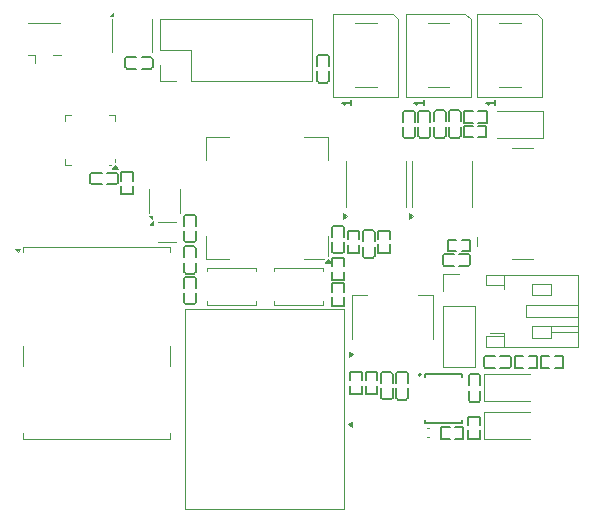
<source format=gbr>
%TF.GenerationSoftware,KiCad,Pcbnew,9.0.2*%
%TF.CreationDate,2025-11-28T15:39:44-05:00*%
%TF.ProjectId,hackathonproject,6861636b-6174-4686-9f6e-70726f6a6563,rev?*%
%TF.SameCoordinates,Original*%
%TF.FileFunction,Legend,Top*%
%TF.FilePolarity,Positive*%
%FSLAX46Y46*%
G04 Gerber Fmt 4.6, Leading zero omitted, Abs format (unit mm)*
G04 Created by KiCad (PCBNEW 9.0.2) date 2025-11-28 15:39:44*
%MOMM*%
%LPD*%
G01*
G04 APERTURE LIST*
%ADD10C,0.150000*%
%ADD11C,0.152400*%
%ADD12C,0.120000*%
%ADD13C,0.152000*%
%ADD14C,0.200000*%
G04 APERTURE END LIST*
D10*
X174237295Y-65871428D02*
X174237295Y-66328571D01*
X174237295Y-66099999D02*
X173437295Y-66099999D01*
X173437295Y-66099999D02*
X173551580Y-66176190D01*
X173551580Y-66176190D02*
X173627771Y-66252380D01*
X173627771Y-66252380D02*
X173665866Y-66328571D01*
X180312295Y-65871428D02*
X180312295Y-66328571D01*
X180312295Y-66099999D02*
X179512295Y-66099999D01*
X179512295Y-66099999D02*
X179626580Y-66176190D01*
X179626580Y-66176190D02*
X179702771Y-66252380D01*
X179702771Y-66252380D02*
X179740866Y-66328571D01*
X168122295Y-65871428D02*
X168122295Y-66328571D01*
X168122295Y-66099999D02*
X167322295Y-66099999D01*
X167322295Y-66099999D02*
X167436580Y-66176190D01*
X167436580Y-66176190D02*
X167512771Y-66252380D01*
X167512771Y-66252380D02*
X167550866Y-66328571D01*
D11*
%TO.C,C9*%
X178051300Y-90043900D02*
X178051300Y-89253800D01*
X178051300Y-90496300D02*
X178051300Y-91286400D01*
X178203700Y-89101400D02*
X178896100Y-89101400D01*
X178203700Y-91438800D02*
X178896100Y-91438800D01*
X179048500Y-89253800D02*
X179048500Y-90043900D01*
X179048500Y-91286400D02*
X179048500Y-90496300D01*
X178051300Y-89253800D02*
G75*
G02*
X178203700Y-89101400I152400J0D01*
G01*
X178203700Y-91438800D02*
G75*
G02*
X178051300Y-91286400I0J152400D01*
G01*
X178896100Y-89101400D02*
G75*
G02*
X179048500Y-89253800I0J-152400D01*
G01*
X179048500Y-91286400D02*
G75*
G02*
X178896100Y-91438800I-152400J0D01*
G01*
%TO.C,R2*%
X166476400Y-81398000D02*
X167473600Y-81398000D01*
X166476400Y-82116000D02*
X166476400Y-81398000D01*
X166476400Y-82568400D02*
X166476400Y-83286400D01*
X166476400Y-83286400D02*
X167473600Y-83286400D01*
X167473600Y-81398000D02*
X167473600Y-82116000D01*
X167473600Y-83286400D02*
X167473600Y-82568400D01*
%TO.C,R9*%
X184163600Y-87576400D02*
X184163600Y-88573600D01*
X184163600Y-88573600D02*
X184881600Y-88573600D01*
X184881600Y-87576400D02*
X184163600Y-87576400D01*
X185334000Y-87576400D02*
X186052000Y-87576400D01*
X186052000Y-87576400D02*
X186052000Y-88573600D01*
X186052000Y-88573600D02*
X185334000Y-88573600D01*
D12*
%TO.C,D5*%
X172725000Y-65600000D02*
X172725000Y-58600000D01*
X172725000Y-65600000D02*
X178225000Y-65600000D01*
X176375000Y-59400000D02*
X174575000Y-59400000D01*
X176375000Y-64800000D02*
X174575000Y-64800000D01*
X177775000Y-58600000D02*
X172725000Y-58600000D01*
X178225000Y-59050000D02*
X177775000Y-58600000D01*
X178225000Y-65600000D02*
X178225000Y-59050000D01*
D11*
%TO.C,C7*%
X171926400Y-89853700D02*
X171926400Y-89063600D01*
X171926400Y-90306100D02*
X171926400Y-91096200D01*
X172078800Y-88911200D02*
X172771200Y-88911200D01*
X172078800Y-91248600D02*
X172771200Y-91248600D01*
X172923600Y-89063600D02*
X172923600Y-89853700D01*
X172923600Y-91096200D02*
X172923600Y-90306100D01*
X171926400Y-89063600D02*
G75*
G02*
X172078800Y-88911200I152400J0D01*
G01*
X172078800Y-91248600D02*
G75*
G02*
X171926400Y-91096200I0J152400D01*
G01*
X172771200Y-88911200D02*
G75*
G02*
X172923600Y-89063600I0J-152400D01*
G01*
X172923600Y-91096200D02*
G75*
G02*
X172771200Y-91248600I-152400J0D01*
G01*
%TO.C,C18*%
X173801400Y-66928800D02*
X173801400Y-67718900D01*
X173801400Y-68961400D02*
X173801400Y-68171300D01*
X174646200Y-66776400D02*
X173953800Y-66776400D01*
X174646200Y-69113800D02*
X173953800Y-69113800D01*
X174798600Y-67718900D02*
X174798600Y-66928800D01*
X174798600Y-68171300D02*
X174798600Y-68961400D01*
X173801400Y-66928800D02*
G75*
G02*
X173953800Y-66776400I152400J0D01*
G01*
X173953800Y-69113800D02*
G75*
G02*
X173801400Y-68961400I0J152400D01*
G01*
X174646200Y-66776400D02*
G75*
G02*
X174798600Y-66928800I0J-152400D01*
G01*
X174798600Y-68961400D02*
G75*
G02*
X174646200Y-69113800I-152400J0D01*
G01*
%TO.C,C4*%
X176376400Y-67693900D02*
X176376400Y-66903800D01*
X176376400Y-68146300D02*
X176376400Y-68936400D01*
X176528800Y-66751400D02*
X177221200Y-66751400D01*
X176528800Y-69088800D02*
X177221200Y-69088800D01*
X177373600Y-66903800D02*
X177373600Y-67693900D01*
X177373600Y-68936400D02*
X177373600Y-68146300D01*
X176376400Y-66903800D02*
G75*
G02*
X176528800Y-66751400I152400J0D01*
G01*
X176528800Y-69088800D02*
G75*
G02*
X176376400Y-68936400I0J152400D01*
G01*
X177221200Y-66751400D02*
G75*
G02*
X177373600Y-66903800I0J-152400D01*
G01*
X177373600Y-68936400D02*
G75*
G02*
X177221200Y-69088800I-152400J0D01*
G01*
%TO.C,C17*%
X166501400Y-77478700D02*
X166501400Y-76688600D01*
X166501400Y-77931100D02*
X166501400Y-78721200D01*
X166653800Y-76536200D02*
X167346200Y-76536200D01*
X166653800Y-78873600D02*
X167346200Y-78873600D01*
X167498600Y-76688600D02*
X167498600Y-77478700D01*
X167498600Y-78721200D02*
X167498600Y-77931100D01*
X166501400Y-76688600D02*
G75*
G02*
X166653800Y-76536200I152400J0D01*
G01*
X166653800Y-78873600D02*
G75*
G02*
X166501400Y-78721200I0J152400D01*
G01*
X167346200Y-76536200D02*
G75*
G02*
X167498600Y-76688600I0J-152400D01*
G01*
X167498600Y-78721200D02*
G75*
G02*
X167346200Y-78873600I-152400J0D01*
G01*
%TO.C,R3*%
X176298000Y-77701400D02*
X176298000Y-78698600D01*
X176298000Y-78698600D02*
X177016000Y-78698600D01*
X177016000Y-77701400D02*
X176298000Y-77701400D01*
X177468400Y-77701400D02*
X178186400Y-77701400D01*
X178186400Y-77701400D02*
X178186400Y-78698600D01*
X178186400Y-78698600D02*
X177468400Y-78698600D01*
%TO.C,R10*%
X167801400Y-76954200D02*
X167801400Y-77672200D01*
X167801400Y-78842600D02*
X167801400Y-78124600D01*
X168798600Y-76954200D02*
X167801400Y-76954200D01*
X168798600Y-77672200D02*
X168798600Y-76954200D01*
X168798600Y-78124600D02*
X168798600Y-78842600D01*
X168798600Y-78842600D02*
X167801400Y-78842600D01*
%TO.C,R6*%
X168026400Y-88898000D02*
X169023600Y-88898000D01*
X168026400Y-89616000D02*
X168026400Y-88898000D01*
X168026400Y-90068400D02*
X168026400Y-90786400D01*
X168026400Y-90786400D02*
X169023600Y-90786400D01*
X169023600Y-88898000D02*
X169023600Y-89616000D01*
X169023600Y-90786400D02*
X169023600Y-90068400D01*
%TO.C,C8*%
X175851400Y-79796200D02*
X175851400Y-79103800D01*
X176003800Y-78951400D02*
X176793900Y-78951400D01*
X176793900Y-79948600D02*
X176003800Y-79948600D01*
X177246300Y-79948600D02*
X178036400Y-79948600D01*
X178036400Y-78951400D02*
X177246300Y-78951400D01*
X178188800Y-79796200D02*
X178188800Y-79103800D01*
X175851400Y-79103800D02*
G75*
G02*
X176003800Y-78951400I152400J0D01*
G01*
X176003800Y-79948600D02*
G75*
G02*
X175851400Y-79796200I0J152400D01*
G01*
X178036400Y-78951400D02*
G75*
G02*
X178188800Y-79103800I0J-152400D01*
G01*
X178188800Y-79796200D02*
G75*
G02*
X178036400Y-79948600I-152400J0D01*
G01*
%TO.C,R12*%
X175723000Y-93551400D02*
X175723000Y-94548600D01*
X175723000Y-94548600D02*
X176441000Y-94548600D01*
X176441000Y-93551400D02*
X175723000Y-93551400D01*
X176893400Y-93551400D02*
X177611400Y-93551400D01*
X177611400Y-93551400D02*
X177611400Y-94548600D01*
X177611400Y-94548600D02*
X176893400Y-94548600D01*
D12*
%TO.C,J4*%
X175845000Y-80645000D02*
X177225000Y-80645000D01*
X175845000Y-82025000D02*
X175845000Y-80645000D01*
X175845000Y-83295000D02*
X175845000Y-88485000D01*
X175845000Y-83295000D02*
X178605000Y-83295000D01*
X175845000Y-88485000D02*
X178605000Y-88485000D01*
X178605000Y-83295000D02*
X178605000Y-88485000D01*
D11*
%TO.C,C12*%
X148971200Y-63096200D02*
X148971200Y-62403800D01*
X149123600Y-62251400D02*
X149913700Y-62251400D01*
X149913700Y-63248600D02*
X149123600Y-63248600D01*
X150366100Y-63248600D02*
X151156200Y-63248600D01*
X151156200Y-62251400D02*
X150366100Y-62251400D01*
X151308600Y-63096200D02*
X151308600Y-62403800D01*
X148971200Y-62403800D02*
G75*
G02*
X149123600Y-62251400I152400J0D01*
G01*
X149123600Y-63248600D02*
G75*
G02*
X148971200Y-63096200I0J152400D01*
G01*
X151156200Y-62251400D02*
G75*
G02*
X151308600Y-62403800I0J-152400D01*
G01*
X151308600Y-63096200D02*
G75*
G02*
X151156200Y-63248600I-152400J0D01*
G01*
D12*
%TO.C,C14*%
X174512164Y-93690000D02*
X174727836Y-93690000D01*
X174512164Y-94410000D02*
X174727836Y-94410000D01*
%TO.C,D3*%
X179340000Y-92315000D02*
X179340000Y-94585000D01*
X179340000Y-94585000D02*
X183225000Y-94585000D01*
X183225000Y-92315000D02*
X179340000Y-92315000D01*
D11*
%TO.C,C3*%
X165226400Y-62228800D02*
X165226400Y-63018900D01*
X165226400Y-64261400D02*
X165226400Y-63471300D01*
X166071200Y-62076400D02*
X165378800Y-62076400D01*
X166071200Y-64413800D02*
X165378800Y-64413800D01*
X166223600Y-63018900D02*
X166223600Y-62228800D01*
X166223600Y-63471300D02*
X166223600Y-64261400D01*
X165226400Y-62228800D02*
G75*
G02*
X165378800Y-62076400I152400J0D01*
G01*
X165378800Y-64413800D02*
G75*
G02*
X165226400Y-64261400I0J152400D01*
G01*
X166071200Y-62076400D02*
G75*
G02*
X166223600Y-62228800I0J-152400D01*
G01*
X166223600Y-64261400D02*
G75*
G02*
X166071200Y-64413800I-152400J0D01*
G01*
%TO.C,C2*%
X170626400Y-89843900D02*
X170626400Y-89053800D01*
X170626400Y-90296300D02*
X170626400Y-91086400D01*
X170778800Y-88901400D02*
X171471200Y-88901400D01*
X170778800Y-91238800D02*
X171471200Y-91238800D01*
X171623600Y-89053800D02*
X171623600Y-89843900D01*
X171623600Y-91086400D02*
X171623600Y-90296300D01*
X170626400Y-89053800D02*
G75*
G02*
X170778800Y-88901400I152400J0D01*
G01*
X170778800Y-91238800D02*
G75*
G02*
X170626400Y-91086400I0J152400D01*
G01*
X171471200Y-88901400D02*
G75*
G02*
X171623600Y-89053800I0J-152400D01*
G01*
X171623600Y-91086400D02*
G75*
G02*
X171471200Y-91238800I-152400J0D01*
G01*
D12*
%TO.C,J5*%
X179490000Y-80665000D02*
X179490000Y-81585000D01*
X179490000Y-81585000D02*
X181090000Y-81585000D01*
X179490000Y-85865000D02*
X179490000Y-86785000D01*
X179490000Y-86785000D02*
X187310000Y-86785000D01*
X181090000Y-80665000D02*
X181090000Y-81585000D01*
X181090000Y-81585000D02*
X181090000Y-81865000D01*
X181090000Y-85585000D02*
X179875000Y-85585000D01*
X181090000Y-85585000D02*
X181090000Y-85865000D01*
X181090000Y-85865000D02*
X179490000Y-85865000D01*
X181090000Y-86785000D02*
X181090000Y-85865000D01*
X182950000Y-83225000D02*
X187310000Y-83225000D01*
X182950000Y-84225000D02*
X182950000Y-83225000D01*
X183450000Y-81425000D02*
X185050000Y-81425000D01*
X183450000Y-82425000D02*
X183450000Y-81425000D01*
X183450000Y-85025000D02*
X183450000Y-86025000D01*
X183450000Y-86025000D02*
X185050000Y-86025000D01*
X185050000Y-81425000D02*
X185050000Y-82425000D01*
X185050000Y-82425000D02*
X183450000Y-82425000D01*
X185050000Y-85025000D02*
X183450000Y-85025000D01*
X185050000Y-85025000D02*
X187310000Y-85025000D01*
X185050000Y-85525000D02*
X187310000Y-85525000D01*
X185050000Y-86025000D02*
X185050000Y-85025000D01*
X187310000Y-80665000D02*
X179490000Y-80665000D01*
X187310000Y-84225000D02*
X182950000Y-84225000D01*
X187310000Y-86785000D02*
X187310000Y-80665000D01*
%TO.C,D2*%
X179340000Y-89090000D02*
X179340000Y-91360000D01*
X179340000Y-91360000D02*
X183225000Y-91360000D01*
X183225000Y-89090000D02*
X179340000Y-89090000D01*
%TO.C,J3*%
X140725000Y-62090000D02*
X141365000Y-62090000D01*
X140775000Y-59370000D02*
X143475000Y-59370000D01*
X141365000Y-62090000D02*
X141365000Y-62720000D01*
X143525000Y-62090000D02*
X142885000Y-62090000D01*
D11*
%TO.C,R7*%
X169326400Y-88898000D02*
X170323600Y-88898000D01*
X169326400Y-89616000D02*
X169326400Y-88898000D01*
X169326400Y-90068400D02*
X169326400Y-90786400D01*
X169326400Y-90786400D02*
X170323600Y-90786400D01*
X170323600Y-88898000D02*
X170323600Y-89616000D01*
X170323600Y-90786400D02*
X170323600Y-90068400D01*
%TO.C,C5*%
X175126400Y-67693900D02*
X175126400Y-66903800D01*
X175126400Y-68146300D02*
X175126400Y-68936400D01*
X175278800Y-66751400D02*
X175971200Y-66751400D01*
X175278800Y-69088800D02*
X175971200Y-69088800D01*
X176123600Y-66903800D02*
X176123600Y-67693900D01*
X176123600Y-68936400D02*
X176123600Y-68146300D01*
X175126400Y-66903800D02*
G75*
G02*
X175278800Y-66751400I152400J0D01*
G01*
X175278800Y-69088800D02*
G75*
G02*
X175126400Y-68936400I0J152400D01*
G01*
X175971200Y-66751400D02*
G75*
G02*
X176123600Y-66903800I0J-152400D01*
G01*
X176123600Y-68936400D02*
G75*
G02*
X175971200Y-69088800I-152400J0D01*
G01*
D12*
%TO.C,U9*%
X155815000Y-69015000D02*
X155815000Y-70990000D01*
X155815000Y-79335000D02*
X155815000Y-77360000D01*
X157790000Y-69015000D02*
X155815000Y-69015000D01*
X157790000Y-79335000D02*
X155815000Y-79335000D01*
X164160000Y-69015000D02*
X166135000Y-69015000D01*
X164160000Y-79335000D02*
X165835000Y-79335000D01*
X166135000Y-69015000D02*
X166135000Y-70990000D01*
X166135000Y-77360000D02*
X166135000Y-79095000D01*
X166375000Y-79665000D02*
X165895000Y-79665000D01*
X166135000Y-79335000D01*
X166375000Y-79665000D01*
G36*
X166375000Y-79665000D02*
G01*
X165895000Y-79665000D01*
X166135000Y-79335000D01*
X166375000Y-79665000D01*
G37*
D11*
%TO.C,C6*%
X153951400Y-81778700D02*
X153951400Y-80988600D01*
X153951400Y-82231100D02*
X153951400Y-83021200D01*
X154103800Y-80836200D02*
X154796200Y-80836200D01*
X154103800Y-83173600D02*
X154796200Y-83173600D01*
X154948600Y-80988600D02*
X154948600Y-81778700D01*
X154948600Y-83021200D02*
X154948600Y-82231100D01*
X153951400Y-80988600D02*
G75*
G02*
X154103800Y-80836200I152400J0D01*
G01*
X154103800Y-83173600D02*
G75*
G02*
X153951400Y-83021200I0J152400D01*
G01*
X154796200Y-80836200D02*
G75*
G02*
X154948600Y-80988600I0J-152400D01*
G01*
X154948600Y-83021200D02*
G75*
G02*
X154796200Y-83173600I-152400J0D01*
G01*
D12*
%TO.C,U5*%
X167640000Y-73000000D02*
X167640000Y-71050000D01*
X167640000Y-73000000D02*
X167640000Y-74950000D01*
X172760000Y-73000000D02*
X172760000Y-71050000D01*
X172760000Y-73000000D02*
X172760000Y-74950000D01*
X167735000Y-75700000D02*
X167405000Y-75940000D01*
X167405000Y-75460000D01*
X167735000Y-75700000D01*
G36*
X167735000Y-75700000D02*
G01*
X167405000Y-75940000D01*
X167405000Y-75460000D01*
X167735000Y-75700000D01*
G37*
%TO.C,U11*%
X150965000Y-75442500D02*
X150965000Y-73442500D01*
X153585000Y-75442500D02*
X153585000Y-73442500D01*
X151265000Y-75952500D02*
X150985000Y-75672500D01*
X151265000Y-75672500D01*
X151265000Y-75952500D01*
G36*
X151265000Y-75952500D02*
G01*
X150985000Y-75672500D01*
X151265000Y-75672500D01*
X151265000Y-75952500D01*
G37*
D11*
%TO.C,U7*%
X174373700Y-89098700D02*
X176872500Y-89098700D01*
D13*
X174373700Y-89354900D02*
X174373700Y-89098700D01*
X174373700Y-93251100D02*
X174373700Y-92995100D01*
D11*
X174373700Y-93251100D02*
X176872500Y-93251100D01*
X177526100Y-89098700D02*
X175027300Y-89098700D01*
D13*
X177526100Y-89098700D02*
X177526100Y-89354900D01*
X177526100Y-92995100D02*
X177526100Y-93251100D01*
D11*
X177526100Y-93251100D02*
X175027300Y-93251100D01*
D14*
X174018000Y-89142900D02*
G75*
G02*
X173817800Y-89142900I-100100J0D01*
G01*
X173817800Y-89142900D02*
G75*
G02*
X174018000Y-89142900I100100J0D01*
G01*
D12*
%TO.C,D6*%
X178800000Y-65600000D02*
X178800000Y-58600000D01*
X178800000Y-65600000D02*
X184300000Y-65600000D01*
X182450000Y-59400000D02*
X180650000Y-59400000D01*
X182450000Y-64800000D02*
X180650000Y-64800000D01*
X183850000Y-58600000D02*
X178800000Y-58600000D01*
X184300000Y-59050000D02*
X183850000Y-58600000D01*
X184300000Y-65600000D02*
X184300000Y-59050000D01*
%TO.C,J1*%
X178800000Y-77480000D02*
X178800000Y-78280000D01*
X181720000Y-69980000D02*
X183500000Y-69980000D01*
X181720000Y-79380000D02*
X183500000Y-79380000D01*
D11*
%TO.C,C13*%
X169101400Y-77859500D02*
X169101400Y-77069400D01*
X169101400Y-78311900D02*
X169101400Y-79102000D01*
X169253800Y-76917000D02*
X169946200Y-76917000D01*
X169253800Y-79254400D02*
X169946200Y-79254400D01*
X170098600Y-77069400D02*
X170098600Y-77859500D01*
X170098600Y-79102000D02*
X170098600Y-78311900D01*
X169101400Y-77069400D02*
G75*
G02*
X169253800Y-76917000I152400J0D01*
G01*
X169253800Y-79254400D02*
G75*
G02*
X169101400Y-79102000I0J152400D01*
G01*
X169946200Y-76917000D02*
G75*
G02*
X170098600Y-77069400I0J-152400D01*
G01*
X170098600Y-79102000D02*
G75*
G02*
X169946200Y-79254400I-152400J0D01*
G01*
%TO.C,R8*%
X181963600Y-87576400D02*
X181963600Y-88573600D01*
X181963600Y-88573600D02*
X182681600Y-88573600D01*
X182681600Y-87576400D02*
X181963600Y-87576400D01*
X183134000Y-87576400D02*
X183852000Y-87576400D01*
X183852000Y-87576400D02*
X183852000Y-88573600D01*
X183852000Y-88573600D02*
X183134000Y-88573600D01*
%TO.C,R11*%
X170376400Y-76938600D02*
X171373600Y-76938600D01*
X170376400Y-77656600D02*
X170376400Y-76938600D01*
X170376400Y-78109000D02*
X170376400Y-78827000D01*
X170376400Y-78827000D02*
X171373600Y-78827000D01*
X171373600Y-76938600D02*
X171373600Y-77656600D01*
X171373600Y-78827000D02*
X171373600Y-78109000D01*
D12*
%TO.C,U10*%
X143890000Y-67165000D02*
X143890000Y-67640000D01*
X143890000Y-71385000D02*
X143890000Y-70910000D01*
X144365000Y-67165000D02*
X143890000Y-67165000D01*
X144365000Y-71385000D02*
X143890000Y-71385000D01*
X147635000Y-67165000D02*
X148110000Y-67165000D01*
X147635000Y-71385000D02*
X147810000Y-71385000D01*
X148110000Y-67165000D02*
X148110000Y-67640000D01*
X148110000Y-70910000D02*
X148110000Y-71145000D01*
X148350000Y-71715000D02*
X147870000Y-71715000D01*
X148110000Y-71385000D01*
X148350000Y-71715000D01*
G36*
X148350000Y-71715000D02*
G01*
X147870000Y-71715000D01*
X148110000Y-71385000D01*
X148350000Y-71715000D01*
G37*
D11*
%TO.C,R5*%
X177673000Y-68051400D02*
X177673000Y-69048600D01*
X177673000Y-69048600D02*
X178391000Y-69048600D01*
X178391000Y-68051400D02*
X177673000Y-68051400D01*
X178843400Y-68051400D02*
X179561400Y-68051400D01*
X179561400Y-68051400D02*
X179561400Y-69048600D01*
X179561400Y-69048600D02*
X178843400Y-69048600D01*
D12*
%TO.C,SW1*%
X155930000Y-80080000D02*
X160070000Y-80080000D01*
X155930000Y-80380000D02*
X155930000Y-80080000D01*
X155930000Y-83220000D02*
X155930000Y-82920000D01*
X160070000Y-80080000D02*
X160070000Y-80380000D01*
X160070000Y-82920000D02*
X160070000Y-83220000D01*
X160070000Y-83220000D02*
X155930000Y-83220000D01*
D11*
%TO.C,R14*%
X148651400Y-71988600D02*
X149648600Y-71988600D01*
X148651400Y-72706600D02*
X148651400Y-71988600D01*
X148651400Y-73159000D02*
X148651400Y-73877000D01*
X148651400Y-73877000D02*
X149648600Y-73877000D01*
X149648600Y-71988600D02*
X149648600Y-72706600D01*
X149648600Y-73877000D02*
X149648600Y-73159000D01*
%TO.C,R1*%
X166501400Y-79248000D02*
X167498600Y-79248000D01*
X166501400Y-79966000D02*
X166501400Y-79248000D01*
X166501400Y-80418400D02*
X166501400Y-81136400D01*
X166501400Y-81136400D02*
X167498600Y-81136400D01*
X167498600Y-79248000D02*
X167498600Y-79966000D01*
X167498600Y-81136400D02*
X167498600Y-80418400D01*
D12*
%TO.C,U2*%
X173235000Y-73025000D02*
X173235000Y-71075000D01*
X173235000Y-73025000D02*
X173235000Y-74975000D01*
X178355000Y-73025000D02*
X178355000Y-71075000D01*
X178355000Y-73025000D02*
X178355000Y-74975000D01*
X173330000Y-75725000D02*
X173000000Y-75965000D01*
X173000000Y-75485000D01*
X173330000Y-75725000D01*
G36*
X173330000Y-75725000D02*
G01*
X173000000Y-75965000D01*
X173000000Y-75485000D01*
X173330000Y-75725000D01*
G37*
D11*
%TO.C,C15*%
X153951400Y-78403800D02*
X153951400Y-79193900D01*
X153951400Y-80436400D02*
X153951400Y-79646300D01*
X154796200Y-78251400D02*
X154103800Y-78251400D01*
X154796200Y-80588800D02*
X154103800Y-80588800D01*
X154948600Y-79193900D02*
X154948600Y-78403800D01*
X154948600Y-79646300D02*
X154948600Y-80436400D01*
X153951400Y-78403800D02*
G75*
G02*
X154103800Y-78251400I152400J0D01*
G01*
X154103800Y-80588800D02*
G75*
G02*
X153951400Y-80436400I0J152400D01*
G01*
X154796200Y-78251400D02*
G75*
G02*
X154948600Y-78403800I0J-152400D01*
G01*
X154948600Y-80436400D02*
G75*
G02*
X154796200Y-80588800I-152400J0D01*
G01*
D12*
%TO.C,U3*%
X140365000Y-78340000D02*
X140365000Y-78790000D01*
X140365000Y-78340000D02*
X152785000Y-78340000D01*
X140365000Y-86710000D02*
X140365000Y-88390000D01*
X140365000Y-94110000D02*
X140365000Y-94560000D01*
X140365000Y-94560000D02*
X152785000Y-94560000D01*
X152785000Y-78340000D02*
X152785000Y-78790000D01*
X152785000Y-86710000D02*
X152785000Y-88390000D01*
X152785000Y-94110000D02*
X152785000Y-94550000D01*
X139875000Y-78790000D02*
X139635000Y-78460000D01*
X140115000Y-78460000D01*
X139875000Y-78790000D01*
G36*
X139875000Y-78790000D02*
G01*
X139635000Y-78460000D01*
X140115000Y-78460000D01*
X139875000Y-78790000D01*
G37*
%TO.C,U4*%
X168190000Y-82390000D02*
X169450000Y-82390000D01*
X168190000Y-86150000D02*
X168190000Y-82390000D01*
X175010000Y-82390000D02*
X173750000Y-82390000D01*
X175010000Y-86150000D02*
X175010000Y-82390000D01*
X168290000Y-87430000D02*
X167960000Y-87670000D01*
X167960000Y-87190000D01*
X168290000Y-87430000D01*
G36*
X168290000Y-87430000D02*
G01*
X167960000Y-87670000D01*
X167960000Y-87190000D01*
X168290000Y-87430000D01*
G37*
%TO.C,D4*%
X166610000Y-65600000D02*
X166610000Y-58600000D01*
X166610000Y-65600000D02*
X172110000Y-65600000D01*
X170260000Y-59400000D02*
X168460000Y-59400000D01*
X170260000Y-64800000D02*
X168460000Y-64800000D01*
X171660000Y-58600000D02*
X166610000Y-58600000D01*
X172110000Y-59050000D02*
X171660000Y-58600000D01*
X172110000Y-65600000D02*
X172110000Y-59050000D01*
%TO.C,J2*%
X151895000Y-58995000D02*
X164815000Y-58995000D01*
X151895000Y-61645000D02*
X151895000Y-58995000D01*
X151895000Y-64295000D02*
X151895000Y-62915000D01*
X153275000Y-64295000D02*
X151895000Y-64295000D01*
X154545000Y-61645000D02*
X151895000Y-61645000D01*
X154545000Y-64295000D02*
X154545000Y-61645000D01*
X154545000Y-64295000D02*
X164815000Y-64295000D01*
X164815000Y-64295000D02*
X164815000Y-58995000D01*
%TO.C,U1*%
X154025000Y-83600000D02*
X167525000Y-83600000D01*
X154025000Y-100500000D02*
X154025000Y-83600000D01*
X167525000Y-83600000D02*
X167525000Y-100500000D01*
X167525000Y-100500000D02*
X154025000Y-100500000D01*
X168211000Y-93590000D02*
X167875000Y-93350000D01*
X168211000Y-93110000D01*
X168211000Y-93590000D01*
G36*
X168211000Y-93590000D02*
G01*
X167875000Y-93350000D01*
X168211000Y-93110000D01*
X168211000Y-93590000D01*
G37*
D11*
%TO.C,R13*%
X178026400Y-92688600D02*
X179023600Y-92688600D01*
X178026400Y-93406600D02*
X178026400Y-92688600D01*
X178026400Y-93859000D02*
X178026400Y-94577000D01*
X178026400Y-94577000D02*
X179023600Y-94577000D01*
X179023600Y-92688600D02*
X179023600Y-93406600D01*
X179023600Y-94577000D02*
X179023600Y-93859000D01*
%TO.C,C16*%
X179326400Y-87728800D02*
X179326400Y-88421200D01*
X179478800Y-88573600D02*
X180268900Y-88573600D01*
X180268900Y-87576400D02*
X179478800Y-87576400D01*
X180721300Y-87576400D02*
X181511400Y-87576400D01*
X181511400Y-88573600D02*
X180721300Y-88573600D01*
X181663800Y-87728800D02*
X181663800Y-88421200D01*
X179326400Y-87728800D02*
G75*
G02*
X179478800Y-87576400I152400J0D01*
G01*
X179478800Y-88573600D02*
G75*
G02*
X179326400Y-88421200I0J152400D01*
G01*
X181511400Y-87576400D02*
G75*
G02*
X181663800Y-87728800I0J-152400D01*
G01*
X181663800Y-88421200D02*
G75*
G02*
X181511400Y-88573600I-152400J0D01*
G01*
%TO.C,R4*%
X177698000Y-66826400D02*
X178416000Y-66826400D01*
X177698000Y-67823600D02*
X177698000Y-66826400D01*
X178416000Y-67823600D02*
X177698000Y-67823600D01*
X178868400Y-67823600D02*
X179586400Y-67823600D01*
X179586400Y-66826400D02*
X178868400Y-66826400D01*
X179586400Y-67823600D02*
X179586400Y-66826400D01*
D12*
%TO.C,U6*%
X147850000Y-59002500D02*
X147850000Y-61862500D01*
X151270000Y-59002500D02*
X151270000Y-61862500D01*
X147960000Y-58762500D02*
X147680000Y-58762500D01*
X147960000Y-58482500D01*
X147960000Y-58762500D01*
G36*
X147960000Y-58762500D02*
G01*
X147680000Y-58762500D01*
X147960000Y-58482500D01*
X147960000Y-58762500D01*
G37*
%TO.C,SW2*%
X161555000Y-80080000D02*
X165695000Y-80080000D01*
X161555000Y-80380000D02*
X161555000Y-80080000D01*
X161555000Y-83220000D02*
X161555000Y-82920000D01*
X165695000Y-80080000D02*
X165695000Y-80380000D01*
X165695000Y-82920000D02*
X165695000Y-83220000D01*
X165695000Y-83220000D02*
X161555000Y-83220000D01*
%TO.C,D1*%
X180457800Y-69085000D02*
X184342800Y-69085000D01*
X184342800Y-66815000D02*
X180457800Y-66815000D01*
X184342800Y-69085000D02*
X184342800Y-66815000D01*
%TO.C,U8*%
X151782500Y-76190000D02*
X153282500Y-76190000D01*
X151782500Y-77910000D02*
X153282500Y-77910000D01*
X151332500Y-76450000D02*
X151052500Y-76450000D01*
X151332500Y-76170000D01*
X151332500Y-76450000D01*
G36*
X151332500Y-76450000D02*
G01*
X151052500Y-76450000D01*
X151332500Y-76170000D01*
X151332500Y-76450000D01*
G37*
D11*
%TO.C,C10*%
X172526400Y-66933700D02*
X172526400Y-67723800D01*
X172526400Y-68966300D02*
X172526400Y-68176200D01*
X173371200Y-66781300D02*
X172678800Y-66781300D01*
X173371200Y-69118700D02*
X172678800Y-69118700D01*
X173523600Y-67723800D02*
X173523600Y-66933700D01*
X173523600Y-68176200D02*
X173523600Y-68966300D01*
X172526400Y-66933700D02*
G75*
G02*
X172678800Y-66781300I152400J0D01*
G01*
X172678800Y-69118700D02*
G75*
G02*
X172526400Y-68966300I0J152400D01*
G01*
X173371200Y-66781300D02*
G75*
G02*
X173523600Y-66933700I0J-152400D01*
G01*
X173523600Y-68966300D02*
G75*
G02*
X173371200Y-69118700I-152400J0D01*
G01*
%TO.C,C19*%
X146038900Y-72178800D02*
X146038900Y-72871200D01*
X146191300Y-73023600D02*
X146981400Y-73023600D01*
X146981400Y-72026400D02*
X146191300Y-72026400D01*
X147433800Y-72026400D02*
X148223900Y-72026400D01*
X148223900Y-73023600D02*
X147433800Y-73023600D01*
X148376300Y-72178800D02*
X148376300Y-72871200D01*
X146038900Y-72178800D02*
G75*
G02*
X146191300Y-72026400I152400J0D01*
G01*
X146191300Y-73023600D02*
G75*
G02*
X146038900Y-72871200I0J152400D01*
G01*
X148223900Y-72026400D02*
G75*
G02*
X148376300Y-72178800I0J-152400D01*
G01*
X148376300Y-72871200D02*
G75*
G02*
X148223900Y-73023600I-152400J0D01*
G01*
%TO.C,C20*%
X153976400Y-75733700D02*
X153976400Y-76523800D01*
X153976400Y-77766300D02*
X153976400Y-76976200D01*
X154821200Y-75581300D02*
X154128800Y-75581300D01*
X154821200Y-77918700D02*
X154128800Y-77918700D01*
X154973600Y-76523800D02*
X154973600Y-75733700D01*
X154973600Y-76976200D02*
X154973600Y-77766300D01*
X153976400Y-75733700D02*
G75*
G02*
X154128800Y-75581300I152400J0D01*
G01*
X154128800Y-77918700D02*
G75*
G02*
X153976400Y-77766300I0J152400D01*
G01*
X154821200Y-75581300D02*
G75*
G02*
X154973600Y-75733700I0J-152400D01*
G01*
X154973600Y-77766300D02*
G75*
G02*
X154821200Y-77918700I-152400J0D01*
G01*
%TD*%
M02*

</source>
